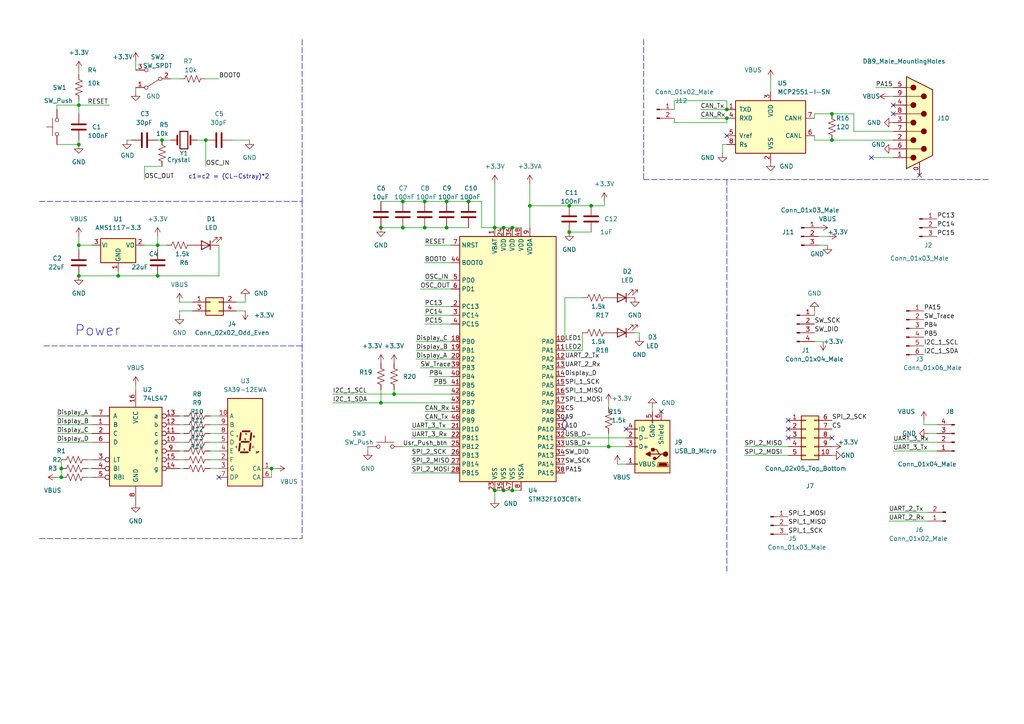
<source format=kicad_sch>
(kicad_sch (version 20231120) (generator "eeschema") (generator_version "8.0")
  (paper "A4")
  (junction (at 78.74 135.89))
  (junction (at 22.86 41.91))
  (junction (at 171.45 59.69))
  (junction (at 110.49 66.04))
  (junction (at 146.05 66.04))
  (junction (at 148.59 66.04))
  (junction (at 129.54 58.42))
  (junction (at 17.78 135.89))
  (junction (at 143.51 66.04))
  (junction (at 22.86 80.01))
  (junction (at 241.3 33.02))
  (junction (at 210.82 31.75))
  (junction (at 22.86 71.12))
  (junction (at 114.3 114.3))
  (junction (at 135.89 58.42))
  (junction (at 110.49 116.84))
  (junction (at 45.72 80.01))
  (junction (at 153.67 59.69))
  (junction (at 45.72 71.12))
  (junction (at 146.05 142.24))
  (junction (at 116.84 66.04))
  (junction (at 176.53 129.54))
  (junction (at 143.51 142.24))
  (junction (at 148.59 142.24))
  (junction (at 123.19 58.42))
  (junction (at 17.78 138.43))
  (junction (at 123.19 66.04))
  (junction (at 59.69 40.64))
  (junction (at 165.1 59.69))
  (junction (at 46.99 40.64))
  (junction (at 241.3 40.64))
  (junction (at 34.29 80.01))
  (junction (at 210.82 34.29))
  (junction (at 165.1 67.31))
  (junction (at 129.54 66.04))
  (junction (at 22.86 30.48))
  (junction (at 116.84 58.42))
  (no_connect (at 191.77 119.38))
  (no_connect (at 210.82 39.37))
  (no_connect (at 259.08 33.02))
  (no_connect (at 181.61 124.46))
  (no_connect (at 163.83 121.92))
  (no_connect (at 241.3 127))
  (no_connect (at 259.08 30.48))
  (no_connect (at 228.6 121.92))
  (no_connect (at 252.73 45.72))
  (no_connect (at 228.6 124.46))
  (no_connect (at 228.6 127))
  (no_connect (at 63.5 138.43))
  (no_connect (at 163.83 124.46))
  (no_connect (at 266.7 50.8))
  (polyline (pts (xy 210.82 52.07) (xy 210.82 166.37)) (stroke (width 0) (type dash)))
  (wire (pts (xy 123.19 121.92) (xy 130.81 121.92)))
  (wire (pts (xy 57.15 40.64) (xy 59.69 40.64)))
  (wire (pts (xy 49.53 40.64) (xy 46.99 40.64)))
  (wire (pts (xy 39.37 111.76) (xy 39.37 113.03)))
  (wire (pts (xy 176.53 116.84) (xy 176.53 118.11)))
  (wire (pts (xy 119.38 124.46) (xy 130.81 124.46)))
  (wire (pts (xy 22.86 30.48) (xy 22.86 29.21)))
  (wire (pts (xy 121.92 106.68) (xy 130.81 106.68)))
  (wire (pts (xy 215.9 132.08) (xy 228.6 132.08)))
  (wire (pts (xy 195.58 34.29) (xy 195.58 35.56)))
  (wire (pts (xy 16.51 123.19) (xy 26.67 123.19)))
  (wire (pts (xy 179.07 134.62) (xy 181.61 134.62)))
  (wire (pts (xy 195.58 29.21) (xy 210.82 29.21)))
  (wire (pts (xy 168.91 101.6) (xy 163.83 101.6)))
  (wire (pts (xy 123.19 71.12) (xy 130.81 71.12)))
  (wire (pts (xy 203.2 34.29) (xy 210.82 34.29)))
  (wire (pts (xy 257.81 27.94) (xy 259.08 27.94)))
  (wire (pts (xy 59.69 40.64) (xy 59.69 48.26)))
  (wire (pts (xy 53.34 128.27) (xy 52.07 128.27)))
  (wire (pts (xy 52.07 87.63) (xy 55.88 87.63)))
  (wire (pts (xy 247.65 33.02) (xy 241.3 33.02)))
  (wire (pts (xy 163.83 86.36) (xy 163.83 99.06)))
  (wire (pts (xy 49.53 22.86) (xy 52.07 22.86)))
  (wire (pts (xy 63.5 71.12) (xy 63.5 80.01)))
  (wire (pts (xy 68.58 90.17) (xy 71.12 90.17)))
  (wire (pts (xy 123.19 81.28) (xy 130.81 81.28)))
  (wire (pts (xy 241.3 40.64) (xy 259.08 40.64)))
  (wire (pts (xy 96.52 116.84) (xy 110.49 116.84)))
  (polyline (pts (xy 87.63 100.33) (xy 87.63 156.21)) (stroke (width 0) (type dash)))
  (wire (pts (xy 135.89 58.42) (xy 139.7 58.42)))
  (wire (pts (xy 185.42 96.52) (xy 185.42 97.79)))
  (wire (pts (xy 110.49 58.42) (xy 116.84 58.42)))
  (wire (pts (xy 176.53 125.73) (xy 176.53 129.54)))
  (wire (pts (xy 237.49 71.12) (xy 240.03 71.12)))
  (wire (pts (xy 259.08 128.27) (xy 271.78 128.27)))
  (wire (pts (xy 63.5 128.27) (xy 60.96 128.27)))
  (wire (pts (xy 119.38 132.08) (xy 130.81 132.08)))
  (wire (pts (xy 114.3 113.03) (xy 114.3 114.3)))
  (wire (pts (xy 237.49 68.58) (xy 240.03 68.58)))
  (wire (pts (xy 36.83 40.64) (xy 38.1 40.64)))
  (wire (pts (xy 123.19 93.98) (xy 130.81 93.98)))
  (wire (pts (xy 63.5 135.89) (xy 60.96 135.89)))
  (wire (pts (xy 52.07 91.44) (xy 52.07 90.17)))
  (wire (pts (xy 123.19 66.04) (xy 129.54 66.04)))
  (wire (pts (xy 119.38 134.62) (xy 130.81 134.62)))
  (wire (pts (xy 106.68 130.81) (xy 106.68 129.54)))
  (wire (pts (xy 116.84 58.42) (xy 123.19 58.42)))
  (wire (pts (xy 119.38 137.16) (xy 130.81 137.16)))
  (wire (pts (xy 236.22 34.29) (xy 236.22 33.02)))
  (wire (pts (xy 53.34 130.81) (xy 52.07 130.81)))
  (wire (pts (xy 269.24 125.73) (xy 271.78 125.73)))
  (wire (pts (xy 139.7 66.04) (xy 143.51 66.04)))
  (wire (pts (xy 22.86 71.12) (xy 26.67 71.12)))
  (wire (pts (xy 68.58 87.63) (xy 71.12 87.63)))
  (wire (pts (xy 45.72 68.58) (xy 45.72 71.12)))
  (wire (pts (xy 41.91 71.12) (xy 45.72 71.12)))
  (wire (pts (xy 123.19 58.42) (xy 129.54 58.42)))
  (wire (pts (xy 267.97 121.92) (xy 267.97 123.19)))
  (wire (pts (xy 22.86 30.48) (xy 22.86 33.02)))
  (wire (pts (xy 210.82 35.56) (xy 210.82 34.29)))
  (wire (pts (xy 53.34 133.35) (xy 52.07 133.35)))
  (wire (pts (xy 236.22 40.64) (xy 241.3 40.64)))
  (wire (pts (xy 124.46 109.22) (xy 130.81 109.22)))
  (wire (pts (xy 254 25.4) (xy 259.08 25.4)))
  (wire (pts (xy 129.54 66.04) (xy 135.89 66.04)))
  (wire (pts (xy 148.59 142.24) (xy 151.13 142.24)))
  (wire (pts (xy 143.51 66.04) (xy 146.05 66.04)))
  (wire (pts (xy 25.4 133.35) (xy 26.67 133.35)))
  (wire (pts (xy 53.34 135.89) (xy 52.07 135.89)))
  (wire (pts (xy 67.31 40.64) (xy 72.39 40.64)))
  (wire (pts (xy 22.86 80.01) (xy 34.29 80.01)))
  (wire (pts (xy 22.86 40.64) (xy 22.86 41.91)))
  (wire (pts (xy 45.72 71.12) (xy 45.72 72.39)))
  (wire (pts (xy 148.59 66.04) (xy 151.13 66.04)))
  (wire (pts (xy 168.91 96.52) (xy 168.91 101.6)))
  (wire (pts (xy 16.51 30.48) (xy 22.86 30.48)))
  (wire (pts (xy 125.73 111.76) (xy 130.81 111.76)))
  (wire (pts (xy 110.49 116.84) (xy 130.81 116.84)))
  (wire (pts (xy 71.12 87.63) (xy 71.12 86.36)))
  (wire (pts (xy 96.52 114.3) (xy 114.3 114.3)))
  (wire (pts (xy 165.1 59.69) (xy 171.45 59.69)))
  (wire (pts (xy 257.81 151.13) (xy 269.24 151.13)))
  (wire (pts (xy 25.4 135.89) (xy 26.67 135.89)))
  (wire (pts (xy 143.51 144.78) (xy 143.51 142.24)))
  (wire (pts (xy 184.15 96.52) (xy 185.42 96.52)))
  (wire (pts (xy 146.05 142.24) (xy 148.59 142.24)))
  (wire (pts (xy 121.92 83.82) (xy 130.81 83.82)))
  (wire (pts (xy 34.29 78.74) (xy 34.29 80.01)))
  (wire (pts (xy 252.73 45.72) (xy 259.08 45.72)))
  (wire (pts (xy 175.26 59.69) (xy 171.45 59.69)))
  (wire (pts (xy 223.52 22.86) (xy 223.52 26.67)))
  (wire (pts (xy 120.65 104.14) (xy 130.81 104.14)))
  (wire (pts (xy 41.91 52.07) (xy 41.91 48.26)))
  (polyline (pts (xy 12.7 100.33) (xy 87.63 100.33)) (stroke (width 0) (type dash)))
  (wire (pts (xy 25.4 138.43) (xy 26.67 138.43)))
  (wire (pts (xy 203.2 31.75) (xy 210.82 31.75)))
  (wire (pts (xy 22.86 30.48) (xy 31.75 30.48)))
  (wire (pts (xy 16.51 41.91) (xy 22.86 41.91)))
  (wire (pts (xy 267.97 123.19) (xy 271.78 123.19)))
  (wire (pts (xy 53.34 120.65) (xy 52.07 120.65)))
  (wire (pts (xy 52.07 90.17) (xy 55.88 90.17)))
  (polyline (pts (xy 87.63 58.42) (xy 87.63 100.33)) (stroke (width 0) (type dash)))
  (wire (pts (xy 129.54 58.42) (xy 135.89 58.42)))
  (wire (pts (xy 16.51 120.65) (xy 26.67 120.65)))
  (wire (pts (xy 175.26 58.42) (xy 175.26 59.69)))
  (wire (pts (xy 63.5 125.73) (xy 60.96 125.73)))
  (wire (pts (xy 63.5 123.19) (xy 60.96 123.19)))
  (wire (pts (xy 17.78 133.35) (xy 17.78 135.89)))
  (wire (pts (xy 39.37 17.78) (xy 39.37 20.32)))
  (wire (pts (xy 195.58 35.56) (xy 210.82 35.56)))
  (wire (pts (xy 236.22 33.02) (xy 241.3 33.02)))
  (wire (pts (xy 17.78 135.89) (xy 17.78 138.43)))
  (wire (pts (xy 80.01 135.89) (xy 78.74 135.89)))
  (wire (pts (xy 123.19 91.44) (xy 130.81 91.44)))
  (wire (pts (xy 53.34 123.19) (xy 52.07 123.19)))
  (wire (pts (xy 189.23 118.11) (xy 189.23 119.38)))
  (polyline (pts (xy 11.43 58.42) (xy 87.63 58.42)) (stroke (width 0) (type dash)))
  (wire (pts (xy 16.51 128.27) (xy 26.67 128.27)))
  (wire (pts (xy 16.51 31.75) (xy 16.51 30.48)))
  (wire (pts (xy 259.08 38.1) (xy 247.65 38.1)))
  (wire (pts (xy 110.49 113.03) (xy 110.49 116.84)))
  (wire (pts (xy 34.29 80.01) (xy 45.72 80.01)))
  (wire (pts (xy 163.83 129.54) (xy 176.53 129.54)))
  (wire (pts (xy 63.5 133.35) (xy 60.96 133.35)))
  (wire (pts (xy 236.22 39.37) (xy 236.22 40.64)))
  (wire (pts (xy 247.65 38.1) (xy 247.65 33.02)))
  (wire (pts (xy 53.34 125.73) (xy 52.07 125.73)))
  (wire (pts (xy 153.67 53.34) (xy 153.67 59.69)))
  (wire (pts (xy 63.5 80.01) (xy 45.72 80.01)))
  (wire (pts (xy 63.5 130.81) (xy 60.96 130.81)))
  (wire (pts (xy 215.9 129.54) (xy 228.6 129.54)))
  (wire (pts (xy 41.91 48.26) (xy 46.99 48.26)))
  (wire (pts (xy 110.49 66.04) (xy 116.84 66.04)))
  (wire (pts (xy 176.53 129.54) (xy 181.61 129.54)))
  (wire (pts (xy 209.55 44.45) (xy 209.55 41.91)))
  (wire (pts (xy 236.22 90.17) (xy 236.22 91.44)))
  (wire (pts (xy 209.55 41.91) (xy 210.82 41.91)))
  (wire (pts (xy 153.67 66.04) (xy 153.67 59.69)))
  (wire (pts (xy 259.08 130.81) (xy 271.78 130.81)))
  (wire (pts (xy 168.91 86.36) (xy 163.83 86.36)))
  (polyline (pts (xy 87.63 11.43) (xy 87.63 58.42)) (stroke (width 0) (type dash)))
  (wire (pts (xy 22.86 72.39) (xy 22.86 71.12)))
  (wire (pts (xy 78.74 135.89) (xy 78.74 138.43)))
  (wire (pts (xy 236.22 99.06) (xy 238.76 99.06)))
  (wire (pts (xy 165.1 67.31) (xy 171.45 67.31)))
  (wire (pts (xy 257.81 148.59) (xy 269.24 148.59)))
  (wire (pts (xy 143.51 53.34) (xy 143.51 66.04)))
  (wire (pts (xy 153.67 59.69) (xy 165.1 59.69)))
  (wire (pts (xy 143.51 142.24) (xy 146.05 142.24)))
  (wire (pts (xy 63.5 120.65) (xy 60.96 120.65)))
  (wire (pts (xy 16.51 125.73) (xy 26.67 125.73)))
  (wire (pts (xy 16.51 138.43) (xy 17.78 138.43)))
  (polyline (pts (xy 186.69 52.07) (xy 287.02 52.07)) (stroke (width 0) (type dash)))
  (wire (pts (xy 123.19 88.9) (xy 130.81 88.9)))
  (wire (pts (xy 39.37 26.67) (xy 39.37 25.4)))
  (wire (pts (xy 114.3 114.3) (xy 130.81 114.3)))
  (polyline (pts (xy 11.43 156.21) (xy 87.63 156.21)) (stroke (width 0) (type dash)))
  (wire (pts (xy 163.83 127) (xy 181.61 127)))
  (wire (pts (xy 116.84 66.04) (xy 123.19 66.04)))
  (wire (pts (xy 22.86 68.58) (xy 22.86 71.12)))
  (wire (pts (xy 139.7 58.42) (xy 139.7 66.04)))
  (wire (pts (xy 22.86 20.32) (xy 22.86 21.59)))
  (polyline (pts (xy 186.69 11.43) (xy 186.69 52.07)) (stroke (width 0) (type dash)))
  (wire (pts (xy 45.72 71.12) (xy 48.26 71.12)))
  (wire (pts (xy 120.65 101.6) (xy 130.81 101.6)))
  (wire (pts (xy 119.38 127) (xy 130.81 127)))
  (wire (pts (xy 195.58 31.75) (xy 195.58 29.21)))
  (wire (pts (xy 45.72 40.64) (xy 46.99 40.64)))
  (wire (pts (xy 120.65 99.06) (xy 130.81 99.06)))
  (wire (pts (xy 123.19 119.38) (xy 130.81 119.38)))
  (wire (pts (xy 116.84 129.54) (xy 130.81 129.54)))
  (wire (pts (xy 123.19 76.2) (xy 130.81 76.2)))
  (wire (pts (xy 210.82 29.21) (xy 210.82 31.75)))
  (wire (pts (xy 146.05 66.04) (xy 148.59 66.04)))
  (wire (pts (xy 63.5 22.86) (xy 59.69 22.86)))
  (text "Power" (at 21.59 97.79 0) (effects (font (size 3 3)) (justify left bottom)))
  (text "c1=c2 = (CL-Cstray)*2\n" (at 54.61 52.07 0) (effects (font (size 1.27 1.27)) (justify left bottom)))
  (label "SPI_1_SCK" (at 163.83 111.76 0))
  (label "SW_Trace" (at 121.92 106.68 0))
  (label "PC14" (at 123.19 91.44 0))
  (label "Display_C" (at 16.51 125.73 0))
  (label "PA15" (at 254 25.4 0))
  (label "SPI_1_SCK" (at 228.6 154.94 0))
  (label "SW_DIO" (at 163.83 132.08 0))
  (label "I2C_1_SDA" (at 267.97 102.87 0))
  (label "BOOT0" (at 123.19 76.2 0))
  (label "PA15" (at 163.83 137.16 0))
  (label "PC14" (at 271.78 66.04 0))
  (label "SPI_1_MISO" (at 228.6 152.4 0))
  (label "UART_2_Rx" (at 257.81 151.13 0))
  (label "Display_B" (at 16.51 123.19 0))
  (label "UART_2_Rx" (at 163.83 106.68 0))
  (label "UART_3_Rx" (at 259.08 128.27 0))
  (label "PC15" (at 123.19 93.98 0))
  (label "PB5" (at 267.97 97.79 0))
  (label "SW_DIO" (at 236.22 96.52 0))
  (label "SPI_1_MOSI" (at 228.6 149.86 0))
  (label "PB4" (at 267.97 95.25 0))
  (label "SW_Trace" (at 267.97 92.71 0))
  (label "UART_3_Tx" (at 119.38 124.46 0))
  (label "I2C_1_SCL" (at 267.97 100.33 0))
  (label "OSC_IN" (at 59.69 48.26 0))
  (label "PA15" (at 267.97 90.17 0))
  (label "RESET" (at 123.19 71.12 0))
  (label "Display_D" (at 163.83 109.22 0))
  (label "SPI_2_MOSI" (at 215.9 132.08 0))
  (label "USB_D+" (at 163.83 129.54 0))
  (label "SPI_1_MOSI" (at 163.83 116.84 0))
  (label "CAN_Rx" (at 123.19 119.38 0))
  (label "SW_SCK" (at 163.83 134.62 0))
  (label "SPI_1_MISO" (at 163.83 114.3 0))
  (label "Display_C" (at 120.65 99.06 0))
  (label "Usr_Push_btn" (at 116.84 129.54 0))
  (label "USB_D-" (at 163.83 127 0))
  (label "LED2" (at 163.83 101.6 0))
  (label "A9" (at 163.83 121.92 0))
  (label "OSC_OUT" (at 121.92 83.82 0))
  (label "BOOT0" (at 63.5 22.86 0))
  (label "PB4" (at 124.46 109.22 0))
  (label "SPI_2_SCK" (at 119.38 132.08 0))
  (label "Display_A" (at 16.51 120.65 0))
  (label "UART_2_Tx" (at 163.83 104.14 0))
  (label "SPI_2_SCK" (at 241.3 121.92 0))
  (label "PC13" (at 123.19 88.9 0))
  (label "CAN_Tx" (at 123.19 121.92 0))
  (label "I2C_1_SDA" (at 96.52 116.84 0))
  (label "SPI_2_MOSI" (at 119.38 137.16 0))
  (label "I2C_1_SCL" (at 96.52 114.3 0))
  (label "PC15" (at 271.78 68.58 0))
  (label "CAN_Tx" (at 203.2 31.75 0))
  (label "Display_A" (at 120.65 104.14 0))
  (label "LED1" (at 163.83 99.06 0))
  (label "RESET" (at 25.4 30.48 0))
  (label "CAN_Rx" (at 203.2 34.29 0))
  (label "PB5" (at 125.73 111.76 0))
  (label "OSC_IN" (at 123.19 81.28 0))
  (label "UART_3_Tx" (at 259.08 130.81 0))
  (label "Display_B" (at 120.65 101.6 0))
  (label "SPI_2_MISO" (at 119.38 134.62 0))
  (label "SW_SCK" (at 236.22 93.98 0))
  (label "CS" (at 163.83 119.38 0))
  (label "UART_3_Rx" (at 119.38 127 0))
  (label "Display_D" (at 16.51 128.27 0))
  (label "PC13" (at 271.78 63.5 0))
  (label "UART_2_Tx" (at 257.81 148.59 0))
  (label "OSC_OUT" (at 41.91 52.07 0))
  (label "CS" (at 241.3 124.46 0))
  (label "A10" (at 163.83 124.46 0))
  (label "SPI_2_MISO" (at 215.9 129.54 0))
  (symbol (lib_id "power:GND") (at 143.51 144.78 0) (unit 1)
    (property "Reference" "#PWR0137" (effects (hide yes)))
    (property "Value" "GND" (at 146.05 146.0499 0) (effects (justify left)))
  )
  (symbol (lib_id "Device:R_US") (at 176.53 121.92 180) (unit 1)
    (property "Reference" "R15" (at 180.34 119.38 0) (effects (justify left)))
    (property "Value" "1.5k" (at 181.61 121.92 0) (effects (justify left)))
    (property "Footprint" "Resistor_SMD:R_0805_2012Metric_Pad1.20x1.40mm_HandSolder" (effects (hide yes)))
  )
  (symbol (lib_id "Connector:Conn_01x03_Male") (at 266.7 66.04 0) (unit 1)
    (property "Reference" "J2" (at 269.24 71.12 0))
    (property "Value" "Conn_01x03_Male" (at 266.7 74.93 0))
    (property "Footprint" "Connector_PinHeader_2.54mm:PinHeader_1x03_P2.54mm_Vertical" (effects (hide yes)))
  )
  (symbol (lib_id "power:GND") (at 22.86 41.91 0) (unit 1)
    (property "Reference" "#PWR0101" (effects (hide yes)))
    (property "Value" "GND" (at 22.86 46.99 0))
  )
  (symbol (lib_id "Device:LED") (at 180.34 86.36 180) (unit 1)
    (property "Reference" "D2" (at 181.9275 78.74 0))
    (property "Value" "LED" (at 181.9275 81.28 0))
    (property "Footprint" "LED_SMD:LED_0805_2012Metric_Pad1.15x1.40mm_HandSolder" (effects (hide yes)))
  )
  (symbol (lib_id "power:GND") (at 185.42 97.79 0) (unit 1)
    (property "Reference" "#PWR0140" (effects (hide yes)))
    (property "Value" "GND" (at 185.42 102.87 0))
  )
  (symbol (lib_id "power:GND") (at 259.08 35.56 270) (unit 1)
    (property "Reference" "#PWR0130" (effects (hide yes)))
    (property "Value" "GND" (at 251.46 35.56 90) (effects (justify left)))
  )
  (symbol (lib_id "power:GND") (at 184.15 86.36 0) (unit 1)
    (property "Reference" "#PWR0141" (effects (hide yes)))
    (property "Value" "GND" (at 184.15 91.44 0))
  )
  (symbol (lib_id "power:GND") (at 236.22 90.17 180) (unit 1)
    (property "Reference" "#PWR0119" (effects (hide yes)))
    (property "Value" "GND" (at 236.22 85.09 0))
  )
  (symbol (lib_id "MCU_ST_STM32F1:STM32F103C8Tx") (at 148.59 104.14 0) (unit 1)
    (property "Reference" "U4" (at 153.1494 142.24 0) (effects (justify left)))
    (property "Value" "STM32F103C8Tx" (at 153.1494 144.78 0) (effects (justify left)))
    (property "Footprint" "Package_QFP:LQFP-48_7x7mm_P0.5mm" (effects (hide yes)))
    (property "Datasheet" "http://www.st.com/st-web-ui/static/active/en/resource/technical/document/datasheet/CD00161566.pdf" (effects (hide yes)))
  )
  (symbol (lib_id "Interface_CAN_LIN:MCP2551-I-SN") (at 223.52 36.83 0) (unit 1)
    (property "Reference" "U5" (at 225.5394 24.13 0) (effects (justify left)))
    (property "Value" "MCP2551-I-SN" (at 225.5394 26.67 0) (effects (justify left)))
    (property "Footprint" "Package_DIP:DIP-8_W7.62mm" (effects (hide yes)))
    (property "Datasheet" "http://ww1.microchip.com/downloads/en/devicedoc/21667d.pdf" (effects (hide yes)))
  )
  (symbol (lib_id "power:VBUS") (at 223.52 22.86 0) (unit 1)
    (property "Reference" "#PWR0128" (effects (hide yes)))
    (property "Value" "VBUS" (at 218.44 20.32 0))
  )
  (symbol (lib_id "power:VBUS") (at 267.97 121.92 0) (unit 1)
    (property "Reference" "#PWR0132" (effects (hide yes)))
    (property "Value" "VBUS" (at 262.89 119.38 0))
  )
  (symbol (lib_id "Connector:Conn_01x04_Male") (at 276.86 128.27 180) (unit 1)
    (property "Reference" "J8" (at 274.32 119.38 0) (effects (justify right)))
    (property "Value" "Conn_01x04_Male" (at 260.35 134.62 0) (effects (justify right)))
    (property "Footprint" "Connector_PinHeader_2.54mm:PinHeader_1x04_P2.54mm_Vertical" (effects (hide yes)))
  )
  (symbol (lib_id "Connector:Conn_01x02_Male") (at 190.5 31.75 0) (unit 1)
    (property "Reference" "J12" (at 199.39 29.21 0) (effects (justify right)))
    (property "Value" "Conn_01x02_Male" (at 207.01 26.67 0) (effects (justify right)))
    (property "Footprint" "Connector_PinHeader_2.54mm:PinHeader_1x02_P2.54mm_Vertical" (effects (hide yes)))
  )
  (symbol (lib_id "Device:C") (at 45.72 76.2 0) (unit 1)
    (property "Reference" "C4" (at 43.18 73.66 0) (effects (justify left)))
    (property "Value" "22uF" (at 38.1 77.47 0) (effects (justify left)))
    (property "Footprint" "Capacitor_SMD:C_0805_2012Metric_Pad1.18x1.45mm_HandSolder" (effects (hide yes)))
  )
  (symbol (lib_id "power:VBUS") (at 22.86 68.58 0) (unit 1)
    (property "Reference" "#PWR0108" (effects (hide yes)))
    (property "Value" "VBUS" (at 22.86 63.5 0))
  )
  (symbol (lib_id "Device:C") (at 22.86 36.83 0) (unit 1)
    (property "Reference" "C1" (at 26.67 36.83 0) (effects (justify left)))
    (property "Value" "100nF" (at 25.4 39.37 0) (effects (justify left)))
    (property "Footprint" "Capacitor_SMD:C_0805_2012Metric_Pad1.18x1.45mm_HandSolder" (effects (hide yes)))
  )
  (symbol (lib_id "power:+3.3V") (at 238.76 99.06 180) (unit 1)
    (property "Reference" "#PWR0120" (effects (hide yes)))
    (property "Value" "+3.3V" (at 238.76 99.06 0) (effects (justify right)))
  )
  (symbol (lib_id "power:+3.3V") (at 45.72 68.58 0) (unit 1)
    (property "Reference" "#PWR0107" (effects (hide yes)))
    (property "Value" "+3.3V" (at 45.72 63.5 0))
  )
  (symbol (lib_id "power:+3.3V") (at 71.12 90.17 180) (unit 1)
    (property "Reference" "#PWR0112" (effects (hide yes)))
    (property "Value" "+3.3V" (at 73.66 91.4399 0) (effects (justify right)))
  )
  (symbol (lib_id "Device:R_US") (at 57.15 133.35 90) (unit 1)
    (property "Reference" "R13" (at 57.15 127 90))
    (property "Value" "R_US" (effects (hide yes)))
    (property "Footprint" "Resistor_SMD:R_0805_2012Metric_Pad1.20x1.40mm_HandSolder" (effects (hide yes)))
  )
  (symbol (lib_id "power:GND") (at 72.39 40.64 0) (unit 1)
    (property "Reference" "#PWR0109" (effects (hide yes)))
    (property "Value" "GND" (at 72.39 45.72 0))
  )
  (symbol (lib_id "Connector_Generic:Conn_02x02_Odd_Even") (at 60.96 87.63 0) (unit 1)
    (property "Reference" "J4" (at 67.31 93.98 0))
    (property "Value" "Conn_02x02_Odd_Even" (at 67.31 96.52 0))
    (property "Footprint" "Connector_PinHeader_2.54mm:PinHeader_2x02_P2.54mm_Vertical" (effects (hide yes)))
  )
  (symbol (lib_id "Device:C") (at 171.45 63.5 0) (unit 1)
    (property "Reference" "C12" (at 175.26 63.5 0) (effects (justify left)))
    (property "Value" "1uF" (at 173.99 67.31 0) (effects (justify left)))
    (property "Footprint" "Capacitor_SMD:C_0805_2012Metric_Pad1.18x1.45mm_HandSolder" (effects (hide yes)))
  )
  (symbol (lib_id "Device:R_US") (at 57.15 135.89 90) (unit 1)
    (property "Reference" "R14" (at 57.15 129.54 90))
    (property "Value" "R_US" (effects (hide yes)))
    (property "Footprint" "Resistor_SMD:R_0805_2012Metric_Pad1.20x1.40mm_HandSolder" (effects (hide yes)))
  )
  (symbol (lib_id "Device:C") (at 41.91 40.64 270) (unit 1)
    (property "Reference" "C3" (at 40.64 33.02 90) (effects (justify left)))
    (property "Value" "30pF" (at 39.37 35.56 90) (effects (justify left)))
    (property "Footprint" "Capacitor_SMD:C_0805_2012Metric_Pad1.18x1.45mm_HandSolder" (effects (hide yes)))
  )
  (symbol (lib_id "Device:R_US") (at 52.07 71.12 270) (unit 1)
    (property "Reference" "R6" (at 52.07 76.2 90) (effects (justify left)))
    (property "Value" "1.5k" (at 50.8 73.66 90) (effects (justify left)))
    (property "Footprint" "Resistor_SMD:R_0805_2012Metric_Pad1.20x1.40mm_HandSolder" (effects (hide yes)))
  )
  (symbol (lib_id "power:VBUS") (at 257.81 27.94 90) (unit 1)
    (property "Reference" "#PWR0131" (effects (hide yes)))
    (property "Value" "VBUS" (at 252.73 27.94 90))
  )
  (symbol (lib_id "power:+3.3V") (at 176.53 116.84 0) (unit 1)
    (property "Reference" "#PWR0139" (effects (hide yes)))
    (property "Value" "+3.3V" (at 180.34 115.57 0))
  )
  (symbol (lib_id "power:GND") (at 36.83 40.64 0) (unit 1)
    (property "Reference" "#PWR0104" (effects (hide yes)))
    (property "Value" "GND" (at 34.925 45.085 0) (effects (justify left)))
  )
  (symbol (lib_id "Device:C") (at 63.5 40.64 270) (unit 1)
    (property "Reference" "C5" (at 62.23 33.02 90) (effects (justify left)))
    (property "Value" "30pF" (at 60.96 35.56 90) (effects (justify left)))
    (property "Footprint" "Capacitor_SMD:C_0805_2012Metric_Pad1.18x1.45mm_HandSolder" (effects (hide yes)))
  )
  (symbol (lib_id "Device:R_US") (at 57.15 125.73 90) (unit 1)
    (property "Reference" "R10" (at 57.15 119.38 90))
    (property "Value" "R_US" (effects (hide yes)))
    (property "Footprint" "Resistor_SMD:R_0805_2012Metric_Pad1.20x1.40mm_HandSolder" (effects (hide yes)))
  )
  (symbol (lib_id "Device:R_US") (at 57.15 128.27 90) (unit 1)
    (property "Reference" "R11" (at 57.15 121.92 90))
    (property "Value" "R_US" (effects (hide yes)))
    (property "Footprint" "Resistor_SMD:R_0805_2012Metric_Pad1.20x1.40mm_HandSolder" (effects (hide yes)))
  )
  (symbol (lib_id "Device:R_US") (at 57.15 123.19 90) (unit 1)
    (property "Reference" "R9" (at 57.15 116.84 90))
    (property "Value" "R_US" (effects (hide yes)))
    (property "Footprint" "Resistor_SMD:R_0805_2012Metric_Pad1.20x1.40mm_HandSolder" (effects (hide yes)))
  )
  (symbol (lib_id "power:VBUS") (at 39.37 111.76 0) (unit 1)
    (property "Reference" "#PWR0114" (effects (hide yes)))
    (property "Value" "VBUS" (at 39.37 106.68 0))
  )
  (symbol (lib_id "power:+3.3V") (at 22.86 20.32 0) (unit 1)
    (property "Reference" "#PWR0105" (effects (hide yes)))
    (property "Value" "+3.3V" (at 22.86 15.24 0))
  )
  (symbol (lib_id "Connector:Conn_01x04_Male") (at 231.14 93.98 0) (unit 1)
    (property "Reference" "J1" (at 233.68 101.6 0))
    (property "Value" "Conn_01x04_Male" (at 236.22 104.14 0))
    (property "Footprint" "Connector_PinHeader_2.54mm:PinHeader_1x04_P2.54mm_Vertical" (effects (hide yes)))
  )
  (symbol (lib_id "Connector:DB9_Male_MountingHoles") (at 266.7 35.56 0) (unit 1)
    (property "Reference" "J10" (at 271.78 34.2899 0) (effects (justify left)))
    (property "Value" "DB9_Male_MountingHoles" (at 250.19 17.78 0) (effects (justify left)))
    (property "Footprint" "Connector_Dsub:DSUB-9_Male_Horizontal_P2.77x2.84mm_EdgePinOffset4.94mm_Housed_MountingHolesOffset7.48mm" (effects (hide yes)))
    (property "Datasheet" " ~" (effects (hide yes)))
  )
  (symbol (lib_id "power:GND") (at 269.24 125.73 270) (unit 1)
    (property "Reference" "#PWR0135" (effects (hide yes)))
    (property "Value" "GND" (at 261.62 125.73 90) (effects (justify left)))
  )
  (symbol (lib_id "power:+3.3V") (at 143.51 53.34 0) (unit 1)
    (property "Reference" "#PWR0123" (effects (hide yes)))
    (property "Value" "+3.3V" (at 143.51 48.26 0))
  )
  (symbol (lib_id "power:GND") (at 241.3 132.08 90) (unit 1)
    (property "Reference" "#PWR0134" (effects (hide yes)))
    (property "Value" "GND" (at 243.84 132.08 90) (effects (justify right)))
  )
  (symbol (lib_id "Device:R_US") (at 241.3 36.83 180) (unit 1)
    (property "Reference" "R16" (at 246.38 34.29 0) (effects (justify left)))
    (property "Value" "120" (at 246.38 36.83 0) (effects (justify left)))
    (property "Footprint" "Resistor_SMD:R_0805_2012Metric_Pad1.20x1.40mm_HandSolder" (effects (hide yes)))
  )
  (symbol (lib_id "power:GND") (at 189.23 118.11 180) (unit 1)
    (property "Reference" "#PWR0136" (effects (hide yes)))
    (property "Value" "GND" (at 191.77 116.8399 0) (effects (justify right)))
  )
  (symbol (lib_id "power:GND") (at 71.12 86.36 180) (unit 1)
    (property "Reference" "#PWR0113" (effects (hide yes)))
    (property "Value" "GND" (at 73.66 85.0899 0) (effects (justify right)))
  )
  (symbol (lib_id "power:+3.3V") (at 110.49 105.41 0) (unit 1)
    (property "Reference" "#PWR04" (effects (hide yes)))
    (property "Value" "+3.3V" (at 107.95 100.33 0))
  )
  (symbol (lib_id "Device:R_US") (at 57.15 120.65 90) (unit 1)
    (property "Reference" "R8" (at 57.15 114.3 90))
    (property "Value" "R_US" (effects (hide yes)))
    (property "Footprint" "Resistor_SMD:R_0805_2012Metric_Pad1.20x1.40mm_HandSolder" (effects (hide yes)))
  )
  (symbol (lib_id "power:GND") (at 240.03 71.12 0) (unit 1)
    (property "Reference" "#PWR03" (effects (hide yes)))
    (property "Value" "GND" (at 234.95 73.66 0) (effects (justify left)))
  )
  (symbol (lib_id "power:GND") (at 39.37 26.67 0) (unit 1)
    (property "Reference" "#PWR0102" (effects (hide yes)))
    (property "Value" "GND" (at 44.45 27.94 0))
  )
  (symbol (lib_id "power:VBUS") (at 237.49 66.04 270) (unit 1)
    (property "Reference" "#PWR01" (effects (hide yes)))
    (property "Value" "VBUS" (at 240.03 63.5 90))
  )
  (symbol (lib_id "Switch:SW_Push") (at 16.51 36.83 90) (unit 1)
    (property "Reference" "SW1" (at 15.24 25.4 90) (effects (justify right)))
    (property "Value" "SW_Push" (at 12.7 29.21 90) (effects (justify right)))
    (property "Footprint" "Button_Switch_THT:SW_PUSH_6mm_H5mm" (effects (hide yes)))
  )
  (symbol (lib_id "Device:R_US") (at 21.59 135.89 90) (unit 1)
    (property "Reference" "R2" (at 16.51 133.35 90))
    (property "Value" "R_US" (effects (hide yes)))
    (property "Footprint" "Resistor_SMD:R_0805_2012Metric_Pad1.20x1.40mm_HandSolder" (effects (hide yes)))
  )
  (symbol (lib_id "Regulator_Linear:AMS1117-3.3") (at 34.29 71.12 0) (unit 1)
    (property "Reference" "U1" (at 34.29 63.5 0))
    (property "Value" "AMS1117-3.3" (at 34.29 66.04 0))
    (property "Footprint" "Package_TO_SOT_SMD:SOT-223-3_TabPin2" (effects (hide yes)))
    (property "Datasheet" "http://www.advanced-monolithic.com/pdf/ds1117.pdf" (effects (hide yes)))
  )
  (symbol (lib_id "Switch:SW_SPDT") (at 44.45 22.86 180) (unit 1)
    (property "Reference" "SW2" (at 45.72 16.51 0))
    (property "Value" "SW_SPDT" (at 45.72 19.05 0))
    (property "Footprint" "Button_Switch_THT:SW_Push_1P2T_Vertical_E-Switch_800UDP8P1A1M6" (effects (hide yes)))
  )
  (symbol (lib_id "power:GND") (at 39.37 146.05 0) (unit 1)
    (property "Reference" "#PWR0117" (effects (hide yes)))
    (property "Value" "GND" (at 39.37 151.13 0))
  )
  (symbol (lib_id "Connector:Conn_01x02_Male") (at 274.32 151.13 180) (unit 1)
    (property "Reference" "J6" (at 265.43 153.67 0) (effects (justify right)))
    (property "Value" "Conn_01x02_Male" (at 257.81 156.21 0) (effects (justify right)))
    (property "Footprint" "Connector_PinHeader_2.54mm:PinHeader_1x02_P2.54mm_Vertical" (effects (hide yes)))
  )
  (symbol (lib_id "power:+3.3VA") (at 153.67 53.34 0) (unit 1)
    (property "Reference" "#PWR0122" (effects (hide yes)))
    (property "Value" "+3.3VA" (at 153.67 48.26 0))
  )
  (symbol (lib_id "Connector:Conn_01x03_Male") (at 232.41 68.58 0) (unit 1)
    (property "Reference" "J11" (at 228.6 67.31 0))
    (property "Value" "Conn_01x03_Male" (at 234.95 60.96 0))
    (property "Footprint" "Connector_Phoenix_MC:PhoenixContact_MCV_1,5_3-G-3.81_1x03_P3.81mm_Vertical" (effects (hide yes)))
  )
  (symbol (lib_id "Device:R_US") (at 46.99 44.45 180) (unit 1)
    (property "Reference" "R5" (at 48.895 36.195 0) (effects (justify left)))
    (property "Value" "10k" (at 48.895 38.735 0) (effects (justify left)))
    (property "Footprint" "Resistor_SMD:R_0805_2012Metric_Pad1.20x1.40mm_HandSolder" (effects (hide yes)))
  )
  (symbol (lib_id "Connector:USB_B_Micro") (at 189.23 129.54 180) (unit 1)
    (property "Reference" "J9" (at 195.58 128.2699 0) (effects (justify right)))
    (property "Value" "USB_B_Micro" (at 195.58 130.8099 0) (effects (justify right)))
    (property "Footprint" "Connector_USB:USB_Micro-B_Wuerth_629105150521" (effects (hide yes)))
  )
  (symbol (lib_id "Device:C") (at 129.54 62.23 0) (unit 1)
    (property "Reference" "C9" (at 128.27 54.61 0) (effects (justify left)))
    (property "Value" "100nF" (at 127 57.15 0) (effects (justify left)))
    (property "Footprint" "Capacitor_SMD:C_0805_2012Metric_Pad1.18x1.45mm_HandSolder" (effects (hide yes)))
  )
  (symbol (lib_id "Device:C") (at 116.84 62.23 0) (unit 1)
    (property "Reference" "C7" (at 115.57 54.61 0) (effects (justify left)))
    (property "Value" "100nF" (at 114.3 57.15 0) (effects (justify left)))
    (property "Footprint" "Capacitor_SMD:C_0805_2012Metric_Pad1.18x1.45mm_HandSolder" (effects (hide yes)))
  )
  (symbol (lib_id "Device:C") (at 165.1 63.5 0) (unit 1)
    (property "Reference" "C11" (at 163.83 55.88 0) (effects (justify left)))
    (property "Value" "100nF" (at 162.56 58.42 0) (effects (justify left)))
    (property "Footprint" "Capacitor_SMD:C_0805_2012Metric_Pad1.18x1.45mm_HandSolder" (effects (hide yes)))
  )
  (symbol (lib_id "Device:R_US") (at 22.86 25.4 0) (unit 1)
    (property "Reference" "R4" (at 25.4 20.32 0) (effects (justify left)))
    (property "Value" "10k" (at 25.4 24.13 0) (effects (justify left)))
    (property "Footprint" "Resistor_SMD:R_0805_2012Metric_Pad1.20x1.40mm_HandSolder" (effects (hide yes)))
  )
  (symbol (lib_id "Device:R_US") (at 55.88 22.86 90) (unit 1)
    (property "Reference" "R7" (at 55.88 17.78 90) (effects (justify left)))
    (property "Value" "10k" (at 57.15 20.32 90) (effects (justify left)))
    (property "Footprint" "Resistor_SMD:R_0805_2012Metric_Pad1.20x1.40mm_HandSolder" (effects (hide yes)))
  )
  (symbol (lib_id "power:VBUS") (at 179.07 134.62 0) (unit 1)
    (property "Reference" "#PWR0138" (effects (hide yes)))
    (property "Value" "VBUS" (at 180.34 138.43 0))
  )
  (symbol (lib_id "Device:R_US") (at 21.59 133.35 90) (unit 1)
    (property "Reference" "R1" (at 17.78 130.81 90))
    (property "Value" "R_US" (effects (hide yes)))
    (property "Footprint" "Resistor_SMD:R_0805_2012Metric_Pad1.20x1.40mm_HandSolder" (effects (hide yes)))
  )
  (symbol (lib_id "power:+3.3V") (at 240.03 68.58 270) (unit 1)
    (property "Reference" "#PWR02" (effects (hide yes)))
    (property "Value" "+3.3V" (at 240.03 67.31 90) (effects (justify left)))
  )
  (symbol (lib_id "Device:C") (at 135.89 62.23 0) (unit 1)
    (property "Reference" "C10" (at 134.62 54.61 0) (effects (justify left)))
    (property "Value" "100nF" (at 133.35 57.15 0) (effects (justify left)))
    (property "Footprint" "Capacitor_SMD:C_0805_2012Metric_Pad1.18x1.45mm_HandSolder" (effects (hide yes)))
  )
  (symbol (lib_id "Device:R_US") (at 172.72 86.36 270) (unit 1)
    (property "Reference" "R17" (at 172.72 91.44 90) (effects (justify left)))
    (property "Value" "1.5k" (at 171.45 88.9 90) (effects (justify left)))
    (property "Footprint" "Resistor_SMD:R_0805_2012Metric_Pad1.20x1.40mm_HandSolder" (effects (hide yes)))
  )
  (symbol (lib_id "74xx:74LS47") (at 39.37 128.27 0) (unit 1)
    (property "Reference" "U2" (at 41.3894 113.03 0) (effects (justify left)))
    (property "Value" "74LS47" (at 41.3894 115.57 0) (effects (justify left)))
    (property "Footprint" "sn74ls47:DIP794W45P254L1930H508Q16" (effects (hide yes)))
    (property "Datasheet" "http://www.ti.com/lit/gpn/sn74LS47" (effects (hide yes)))
  )
  (symbol (lib_id "power:GND") (at 110.49 66.04 0) (unit 1)
    (property "Reference" "#PWR0121" (effects (hide yes)))
    (property "Value" "GND" (at 110.49 71.12 0))
  )
  (symbol (lib_id "Device:Crystal") (at 53.34 40.64 0) (unit 1)
    (property "Reference" "Y1" (at 54.6101 44.45 0) (effects (justify right)))
    (property "Value" "Crystal" (at 55.245 46.355 0) (effects (justify right)))
    (property "Footprint" "Crystal:Crystal_HC49-U_Vertical" (effects (hide yes)))
  )
  (symbol (lib_id "Device:R_US") (at 114.3 109.22 180) (unit 1)
    (property "Reference" "R20" (at 116.84 109.2199 0) (effects (justify right)))
    (property "Value" "R_US" (effects (hide yes)))
    (property "Footprint" "Resistor_SMD:R_0805_2012Metric_Pad1.20x1.40mm_HandSolder" (effects (hide yes)))
  )
  (symbol (lib_id "power:GND") (at 52.07 91.44 0) (unit 1)
    (property "Reference" "#PWR0111" (effects (hide yes)))
    (property "Value" "GND" (at 52.07 96.52 0))
  )
  (symbol (lib_id "Device:R_US") (at 21.59 138.43 90) (unit 1)
    (property "Reference" "R3" (at 15.24 135.89 90))
    (property "Value" "R_US" (effects (hide yes)))
    (property "Footprint" "Resistor_SMD:R_0805_2012Metric_Pad1.20x1.40mm_HandSolder" (effects (hide yes)))
  )
  (symbol (lib_id "power:GND") (at 223.52 46.99 0) (unit 1)
    (property "Reference" "#PWR0127" (effects (hide yes)))
    (property "Value" "GND" (at 226.06 48.2599 0) (effects (justify left)))
  )
  (symbol (lib_id "Device:R_US") (at 172.72 96.52 270) (unit 1)
    (property "Reference" "R18" (at 172.72 101.6 90) (effects (justify left)))
    (property "Value" "1.5k" (at 171.45 99.06 90) (effects (justify left)))
    (property "Footprint" "Resistor_SMD:R_0805_2012Metric_Pad1.20x1.40mm_HandSolder" (effects (hide yes)))
  )
  (symbol (lib_id "Device:C") (at 123.19 62.23 0) (unit 1)
    (property "Reference" "C8" (at 121.92 54.61 0) (effects (justify left)))
    (property "Value" "100nF" (at 120.65 57.15 0) (effects (justify left)))
    (property "Footprint" "Capacitor_SMD:C_0805_2012Metric_Pad1.18x1.45mm_HandSolder" (effects (hide yes)))
  )
  (symbol (lib_id "power:GND") (at 165.1 67.31 0) (unit 1)
    (property "Reference" "#PWR0125" (effects (hide yes)))
    (property "Value" "GND" (at 165.1 72.39 0))
  )
  (symbol (lib_id "power:+3.3V") (at 114.3 105.41 0) (unit 1)
    (property "Reference" "#PWR05" (effects (hide yes)))
    (property "Value" "+3.3V" (at 114.3 100.33 0))
  )
  (symbol (lib_id "power:GND") (at 106.68 130.81 0) (unit 1)
    (property "Reference" "#PWR0116" (effects (hide yes)))
    (property "Value" "GND" (at 106.68 135.89 0))
  )
  (symbol (lib_id "Switch:SW_Push") (at 111.76 129.54 0) (unit 1)
    (property "Reference" "SW3" (at 104.14 125.73 0))
    (property "Value" "SW_Push" (at 104.14 128.27 0))
    (property "Footprint" "Button_Switch_THT:SW_PUSH_6mm_H5mm" (effects (hide yes)))
  )
  (symbol (lib_id "Device:R_US") (at 110.49 109.22 180) (unit 1)
    (property "Reference" "R19" (at 104.14 107.95 0) (effects (justify right)))
    (property "Value" "R_US" (effects (hide yes)))
    (property "Footprint" "Resistor_SMD:R_0805_2012Metric_Pad1.20x1.40mm_HandSolder" (effects (hide yes)))
  )
  (symbol (lib_id "Device:LED") (at 180.34 96.52 180) (unit 1)
    (property "Reference" "D3" (at 189.23 97.79 0))
    (property "Value" "LED" (at 189.23 100.33 0))
    (property "Footprint" "LED_SMD:LED_0805_2012Metric_Pad1.15x1.40mm_HandSolder" (effects (hide yes)))
  )
  (symbol (lib_id "power:+3.3V") (at 39.37 17.78 0) (unit 1)
    (property "Reference" "#PWR0103" (effects (hide yes)))
    (property "Value" "+3.3V" (at 35.56 16.51 0))
  )
  (symbol (lib_id "Connector:Conn_01x06_Male") (at 262.89 95.25 0) (unit 1)
    (property "Reference" "J3" (at 266.7 104.14 0))
    (property "Value" "Conn_01x06_Male" (at 270.51 106.68 0))
    (property "Footprint" "Connector_PinHeader_2.54mm:PinHeader_1x06_P2.54mm_Vertical" (effects (hide yes)))
  )
  (symbol (lib_id "Device:R_US") (at 57.15 130.81 90) (unit 1)
    (property "Reference" "R12" (at 57.15 124.46 90))
    (property "Value" "R_US" (effects (hide yes)))
    (property "Footprint" "Resistor_SMD:R_0805_2012Metric_Pad1.20x1.40mm_HandSolder" (effects (hide yes)))
  )
  (symbol (lib_id "Connector_Generic:Conn_02x05_Top_Bottom") (at 233.68 127 0) (unit 1)
    (property "Reference" "J7" (at 234.95 140.97 0))
    (property "Value" "Conn_02x05_Top_Bottom" (at 233.68 135.89 0))
    (property "Footprint" "Connector_PinSocket_2.54mm:PinSocket_2x05_P2.54mm_Vertical" (effects (hide yes)))
  )
  (symbol (lib_id "power:GND") (at 259.08 43.18 270) (unit 1)
    (property "Reference" "#PWR0129" (effects (hide yes)))
    (property "Value" "GND" (at 252.73 41.91 90) (effects (justify left)))
  )
  (symbol (lib_id "Device:LED") (at 59.69 71.12 180) (unit 1)
    (property "Reference" "D1" (at 61.2775 63.5 0))
    (property "Value" "LED" (at 61.2775 66.04 0))
    (property "Footprint" "LED_SMD:LED_0805_2012Metric_Pad1.15x1.40mm_HandSolder" (effects (hide yes)))
  )
  (symbol (lib_id "power:VBUS") (at 52.07 87.63 0) (unit 1)
    (property "Reference" "#PWR0110" (effects (hide yes)))
    (property "Value" "VBUS" (at 52.07 82.55 0))
  )
  (symbol (lib_id "power:VBUS") (at 80.01 135.89 270) (unit 1)
    (property "Reference" "#PWR0115" (effects (hide yes)))
    (property "Value" "VBUS" (at 81.28 139.7 90) (effects (justify left)))
  )
  (symbol (lib_id "Device:C") (at 22.86 76.2 0) (unit 1)
    (property "Reference" "C2" (at 15.24 74.93 0) (effects (justify left)))
    (property "Value" "22uF" (at 13.97 77.47 0) (effects (justify left)))
    (property "Footprint" "Capacitor_SMD:C_0805_2012Metric_Pad1.18x1.45mm_HandSolder" (effects (hide yes)))
  )
  (symbol (lib_id "Connector:Conn_01x03_Male") (at 223.52 152.4 0) (unit 1)
    (property "Reference" "J5" (at 229.87 156.21 0))
    (property "Value" "Conn_01x03_Male" (at 231.14 158.75 0))
    (property "Footprint" "Connector_PinHeader_2.54mm:PinHeader_1x03_P2.54mm_Vertical" (effects (hide yes)))
  )
  (symbol (lib_id "power:GND") (at 22.86 80.01 0) (unit 1)
    (property "Reference" "#PWR0106" (effects (hide yes)))
    (property "Value" "GND" (at 22.86 85.09 0))
  )
  (symbol (lib_id "Device:C") (at 110.49 62.23 0) (unit 1)
    (property "Reference" "C6" (at 109.22 54.61 0) (effects (justify left)))
    (property "Value" "10uF" (at 107.95 57.15 0) (effects (justify left)))
    (property "Footprint" "Capacitor_SMD:C_0805_2012Metric_Pad1.18x1.45mm_HandSolder" (effects (hide yes)))
  )
  (symbol (lib_id "power:+3.3V") (at 241.3 129.54 270) (unit 1)
    (property "Reference" "#PWR0133" (effects (hide yes)))
    (property "Value" "+3.3V" (at 248.92 128.27 90) (effects (justify right)))
  )
  (symbol (lib_id "Display_Character:SA39-12EWA") (at 71.12 128.27 0) (unit 1)
    (property "Reference" "U3" (at 71.12 110.49 0))
    (property "Value" "SA39-12EWA" (at 71.12 113.03 0))
    (property "Footprint" "Display_7Segment:Sx39-1xxxxx" (effects (hide yes)))
    (property "Datasheet" "http://www.kingbrightusa.com/images/catalog/SPEC/sa39-12ewa.pdf" (effects (hide yes)))
  )
  (symbol (lib_id "power:VBUS") (at 16.51 138.43 90) (unit 1)
    (property "Reference" "#PWR0118" (effects (hide yes)))
    (property "Value" "VBUS" (at 12.7 142.24 90) (effects (justify right)))
  )
  (symbol (lib_id "power:GND") (at 209.55 44.45 0) (unit 1)
    (property "Reference" "#PWR0126" (effects (hide yes)))
    (property "Value" "GND" (at 203.2 45.72 0) (effects (justify left)))
  )
  (symbol (lib_id "power:+3.3V") (at 175.26 58.42 0) (unit 1)
    (property "Reference" "#PWR0124" (effects (hide yes)))
    (property "Value" "+3.3V" (at 175.26 53.34 0))
  )
)
</source>
